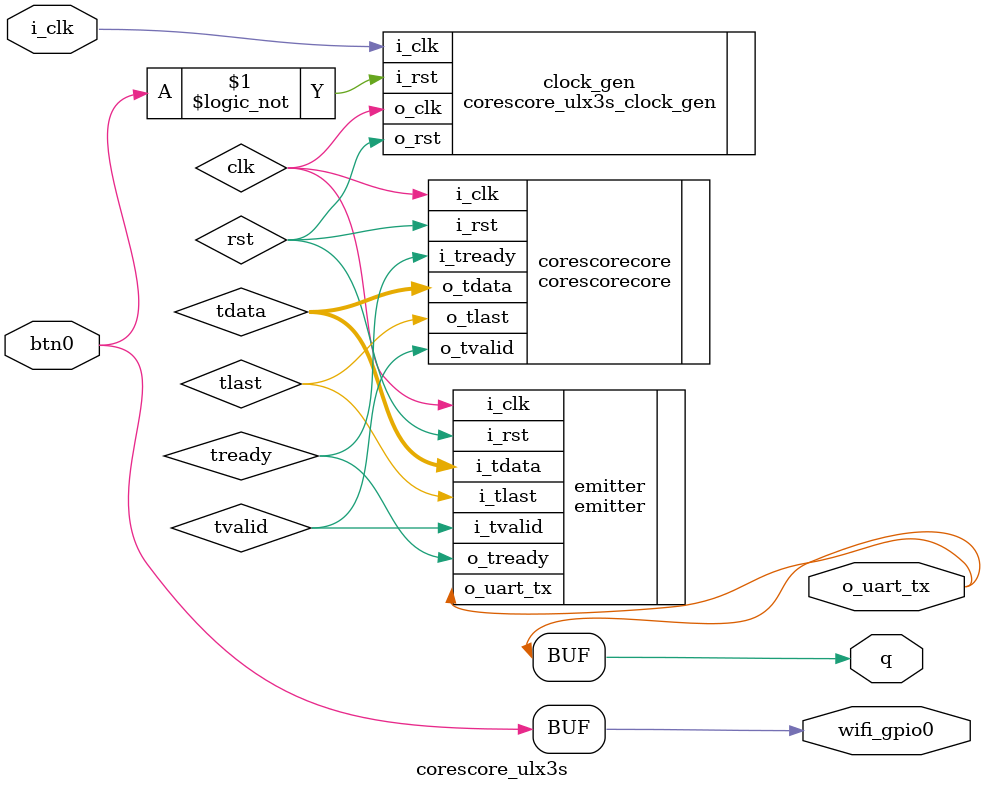
<source format=v>
`default_nettype none
module corescore_ulx3s
(input wire i_clk,
 input wire btn0,
 output wire wifi_gpio0,
 output wire o_uart_tx,
 output wire q);

   wire      clk;
   wire      rst;

   assign q = o_uart_tx;
   assign wifi_gpio0 = btn0;

   corescore_ulx3s_clock_gen clock_gen
     (.i_clk (i_clk),
      .i_rst (!btn0),
      .o_clk (clk),
      .o_rst (rst));

   parameter memfile_emitter = "emitter.hex";

   wire [7:0]  tdata;
   wire        tlast;
   wire        tvalid;
   wire        tready;

   corescorecore corescorecore
     (.i_clk     (clk),
      .i_rst     (rst),
      .o_tdata   (tdata),
      .o_tlast   (tlast),
      .o_tvalid  (tvalid),
      .i_tready  (tready));

   emitter #(.memfile (memfile_emitter)) emitter
     (.i_clk     (clk),
      .i_rst     (rst),
      .i_tdata   (tdata),
      .i_tlast   (tlast),
      .i_tvalid  (tvalid),
      .o_tready  (tready),
      .o_uart_tx (o_uart_tx));

endmodule

</source>
